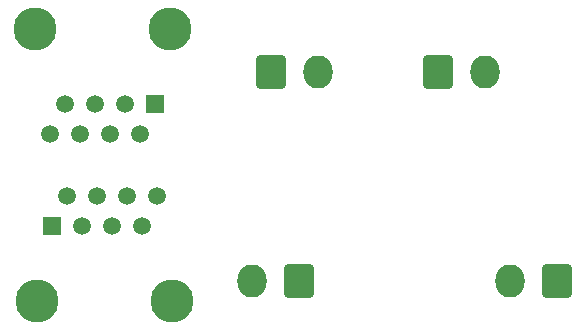
<source format=gbs>
G04 #@! TF.GenerationSoftware,KiCad,Pcbnew,8.0.0-rc1*
G04 #@! TF.CreationDate,2025-03-11T15:01:50+03:00*
G04 #@! TF.ProjectId,KSS_MD_V1.0,4b53535f-4d44-45f5-9631-2e302e6b6963,rev?*
G04 #@! TF.SameCoordinates,Original*
G04 #@! TF.FileFunction,Soldermask,Bot*
G04 #@! TF.FilePolarity,Negative*
%FSLAX46Y46*%
G04 Gerber Fmt 4.6, Leading zero omitted, Abs format (unit mm)*
G04 Created by KiCad (PCBNEW 8.0.0-rc1) date 2025-03-11 15:01:50*
%MOMM*%
%LPD*%
G01*
G04 APERTURE LIST*
G04 Aperture macros list*
%AMRoundRect*
0 Rectangle with rounded corners*
0 $1 Rounding radius*
0 $2 $3 $4 $5 $6 $7 $8 $9 X,Y pos of 4 corners*
0 Add a 4 corners polygon primitive as box body*
4,1,4,$2,$3,$4,$5,$6,$7,$8,$9,$2,$3,0*
0 Add four circle primitives for the rounded corners*
1,1,$1+$1,$2,$3*
1,1,$1+$1,$4,$5*
1,1,$1+$1,$6,$7*
1,1,$1+$1,$8,$9*
0 Add four rect primitives between the rounded corners*
20,1,$1+$1,$2,$3,$4,$5,0*
20,1,$1+$1,$4,$5,$6,$7,0*
20,1,$1+$1,$6,$7,$8,$9,0*
20,1,$1+$1,$8,$9,$2,$3,0*%
G04 Aperture macros list end*
%ADD10RoundRect,0.250000X0.980000X1.150000X-0.980000X1.150000X-0.980000X-1.150000X0.980000X-1.150000X0*%
%ADD11O,2.460000X2.800000*%
%ADD12RoundRect,0.250000X-0.980000X-1.150000X0.980000X-1.150000X0.980000X1.150000X-0.980000X1.150000X0*%
%ADD13C,3.650000*%
%ADD14R,1.500000X1.500000*%
%ADD15C,1.500000*%
G04 APERTURE END LIST*
D10*
X132175200Y-100466000D03*
D11*
X128215200Y-100466000D03*
D12*
X129820600Y-82779400D03*
D11*
X133780600Y-82779400D03*
D13*
X109972500Y-102100000D03*
X121402500Y-102100000D03*
D14*
X111242500Y-95750000D03*
D15*
X112512500Y-93210000D03*
X113782500Y-95750000D03*
X115052500Y-93210000D03*
X116322500Y-95750000D03*
X117592500Y-93210000D03*
X118862500Y-95750000D03*
X120132500Y-93210000D03*
D13*
X121294500Y-79088600D03*
X109864500Y-79088600D03*
D14*
X120024500Y-85438600D03*
D15*
X118754500Y-87978600D03*
X117484500Y-85438600D03*
X116214500Y-87978600D03*
X114944500Y-85438600D03*
X113674500Y-87978600D03*
X112404500Y-85438600D03*
X111134500Y-87978600D03*
D12*
X143967200Y-82754000D03*
D11*
X147927200Y-82754000D03*
D10*
X153985200Y-100406000D03*
D11*
X150025200Y-100406000D03*
M02*

</source>
